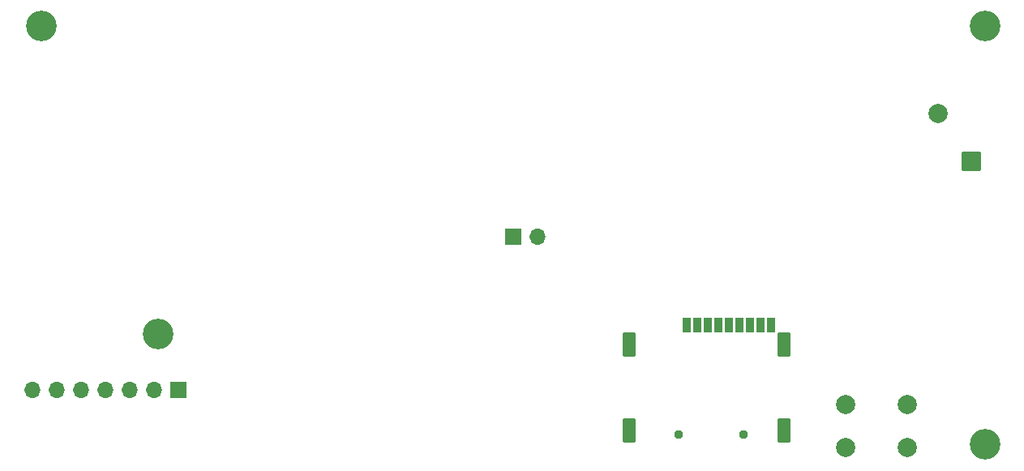
<source format=gbr>
%TF.GenerationSoftware,KiCad,Pcbnew,7.0.11*%
%TF.CreationDate,2025-02-02T20:15:26+02:00*%
%TF.ProjectId,obd_xp,6f62645f-7870-42e6-9b69-6361645f7063,rev?*%
%TF.SameCoordinates,Original*%
%TF.FileFunction,Soldermask,Bot*%
%TF.FilePolarity,Negative*%
%FSLAX46Y46*%
G04 Gerber Fmt 4.6, Leading zero omitted, Abs format (unit mm)*
G04 Created by KiCad (PCBNEW 7.0.11) date 2025-02-02 20:15:26*
%MOMM*%
%LPD*%
G01*
G04 APERTURE LIST*
G04 Aperture macros list*
%AMRoundRect*
0 Rectangle with rounded corners*
0 $1 Rounding radius*
0 $2 $3 $4 $5 $6 $7 $8 $9 X,Y pos of 4 corners*
0 Add a 4 corners polygon primitive as box body*
4,1,4,$2,$3,$4,$5,$6,$7,$8,$9,$2,$3,0*
0 Add four circle primitives for the rounded corners*
1,1,$1+$1,$2,$3*
1,1,$1+$1,$4,$5*
1,1,$1+$1,$6,$7*
1,1,$1+$1,$8,$9*
0 Add four rect primitives between the rounded corners*
20,1,$1+$1,$2,$3,$4,$5,0*
20,1,$1+$1,$4,$5,$6,$7,0*
20,1,$1+$1,$6,$7,$8,$9,0*
20,1,$1+$1,$8,$9,$2,$3,0*%
G04 Aperture macros list end*
%ADD10C,3.200000*%
%ADD11RoundRect,0.102000X0.900000X0.900000X-0.900000X0.900000X-0.900000X-0.900000X0.900000X-0.900000X0*%
%ADD12C,2.004000*%
%ADD13R,1.700000X1.700000*%
%ADD14O,1.700000X1.700000*%
%ADD15C,2.000000*%
%ADD16C,0.950000*%
%ADD17RoundRect,0.102000X0.310000X0.700000X-0.310000X0.700000X-0.310000X-0.700000X0.310000X-0.700000X0*%
%ADD18RoundRect,0.102000X0.550000X1.200000X-0.550000X1.200000X-0.550000X-1.200000X0.550000X-1.200000X0*%
G04 APERTURE END LIST*
D10*
%TO.C,H1*%
X28067000Y-105156000D03*
%TD*%
D11*
%TO.C,J3*%
X125222500Y-119270000D03*
D12*
X121722500Y-114270000D03*
%TD*%
D13*
%TO.C,J1*%
X77338000Y-127127000D03*
D14*
X79878000Y-127127000D03*
%TD*%
D10*
%TO.C,H3*%
X40259000Y-137287000D03*
%TD*%
%TO.C,H4*%
X126619000Y-148844000D03*
%TD*%
D15*
%TO.C,SW3*%
X118566000Y-149189000D03*
X112066000Y-149189000D03*
X118566000Y-144689000D03*
X112066000Y-144689000D03*
%TD*%
D10*
%TO.C,H2*%
X126619000Y-105156000D03*
%TD*%
D16*
%TO.C,J2*%
X101444000Y-147828000D03*
X94644000Y-147828000D03*
D17*
X95464000Y-136408000D03*
X96564000Y-136408000D03*
X97664000Y-136408000D03*
X98764000Y-136408000D03*
X99864000Y-136408000D03*
X100964000Y-136408000D03*
X102064000Y-136408000D03*
X103164000Y-136408000D03*
X104264000Y-136408000D03*
D18*
X105644000Y-147408000D03*
X105644000Y-138408000D03*
X89494000Y-138408000D03*
X89494000Y-147408000D03*
%TD*%
D13*
%TO.C,J4*%
X42423000Y-143129000D03*
D14*
X39883000Y-143129000D03*
X37343000Y-143129000D03*
X34803000Y-143129000D03*
X32263000Y-143129000D03*
X29723000Y-143129000D03*
X27183000Y-143129000D03*
%TD*%
M02*

</source>
